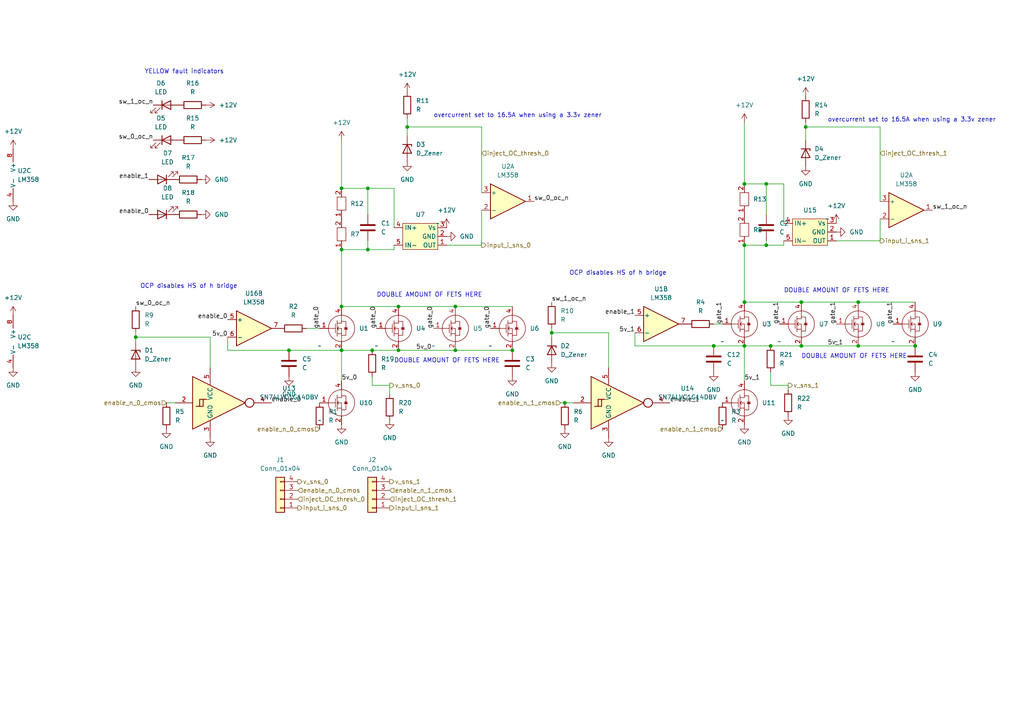
<source format=kicad_sch>
(kicad_sch (version 20230121) (generator eeschema)
  (paper "A4")
  (lib_symbols
    (symbol "74xGxx:SN74LVC1G14DBV"
      (property "Reference" "U" (at -5.08 10.16 0))
      (property "Value" "SN74LVC1G14DBV" (at 20.32 10.16 0))
      (symbol "SN74LVC1G14DBV_0_1"
        (polyline (pts (xy -2.032 1.016) (xy -1.016 1.016)) (stroke (width 0.254)) (fill (type background)))
        (polyline (pts (xy -5.08 7.62) (xy -5.08 -7.62) (xy 10.16 0) (xy -5.08 7.62)) (stroke (width 0.254)) (fill (type background)))
        (polyline (pts (xy -3.048 -1.016) (xy -3.048 1.016) (xy -2.032 1.016) (xy -2.032 -1.016) (xy -4.064 -1.016)) (stroke (width 0.254)) (fill (type background)))
        (circle (center 11.43 0) (radius 1.27) (stroke (width 0.254)))
      )
      (symbol "SN74LVC1G14DBV_1_1"
        (pin no_connect line (at 10.16 0 180) (length 5.08) hide (name "NC") (number "1"))
        (pin input line (at -10.16 0 0) (length 5.08) (name "~") (number "2"))
        (pin power_in line (at 0 -10.16 90) (length 5.08) (name "GND") (number "3"))
        (pin output line (at 17.78 0 180) (length 5.08) (name "~") (number "4"))
        (pin power_in line (at 0 10.16 270) (length 5.08) (name "VCC") (number "5"))
      )
    )
    (symbol "Amplifier_Operational:LM358" (pin_names (offset 0.127))
      (property "Reference" "U" (at 0 5.08 0))
      (property "Value" "LM358" (at 0 -5.08 0))
      (symbol "LM358_1_1"
        (polyline (pts (xy -5.08 5.08) (xy 5.08 0) (xy -5.08 -5.08) (xy -5.08 5.08)) (stroke (width 0.254)) (fill (type background)))
        (pin output line (at 7.62 0 180) (length 2.54) (name "~") (number "1"))
        (pin input line (at -7.62 -2.54 0) (length 2.54) (name "-") (number "2"))
        (pin input line (at -7.62 2.54 0) (length 2.54) (name "+") (number "3"))
      )
      (symbol "LM358_2_1"
        (polyline (pts (xy -5.08 5.08) (xy 5.08 0) (xy -5.08 -5.08) (xy -5.08 5.08)) (stroke (width 0.254)) (fill (type background)))
        (pin input line (at -7.62 2.54 0) (length 2.54) (name "+") (number "5"))
        (pin input line (at -7.62 -2.54 0) (length 2.54) (name "-") (number "6"))
        (pin output line (at 7.62 0 180) (length 2.54) (name "~") (number "7"))
      )
      (symbol "LM358_3_1"
        (pin power_in line (at -2.54 -7.62 90) (length 3.81) (name "V-") (number "4"))
        (pin power_in line (at -2.54 7.62 270) (length 3.81) (name "V+") (number "8"))
      )
    )
    (symbol "Connector_Generic:Conn_01x04" (pin_names (offset 1.016) hide)
      (property "Reference" "J" (at 0 5.08 0))
      (property "Value" "Conn_01x04" (at 0 -7.62 0))
      (symbol "Conn_01x04_1_1"
        (rectangle (start -1.27 -4.953) (end 0 -5.207) (stroke (width 0.1524)))
        (rectangle (start -1.27 -2.413) (end 0 -2.667) (stroke (width 0.1524)))
        (rectangle (start -1.27 0.127) (end 0 -0.127) (stroke (width 0.1524)))
        (rectangle (start -1.27 2.667) (end 0 2.413) (stroke (width 0.1524)))
        (rectangle (start -1.27 3.81) (end 1.27 -6.35) (stroke (width 0.254)) (fill (type background)))
        (pin passive line (at -5.08 2.54 0) (length 3.81) (name "Pin_1") (number "1"))
        (pin passive line (at -5.08 0 0) (length 3.81) (name "Pin_2") (number "2"))
        (pin passive line (at -5.08 -2.54 0) (length 3.81) (name "Pin_3") (number "3"))
        (pin passive line (at -5.08 -5.08 0) (length 3.81) (name "Pin_4") (number "4"))
      )
    )
    (symbol "Device:C" (pin_numbers hide) (pin_names (offset 0.254))
      (property "Reference" "C" (at 0.635 2.54 0))
      (property "Value" "C" (at 0.635 -2.54 0))
      (symbol "C_0_1"
        (polyline (pts (xy -2.032 -0.762) (xy 2.032 -0.762)) (stroke (width 0.508)))
        (polyline (pts (xy -2.032 0.762) (xy 2.032 0.762)) (stroke (width 0.508)))
      )
      (symbol "C_1_1"
        (pin passive line (at 0 3.81 270) (length 2.794) (name "~") (number "1"))
        (pin passive line (at 0 -3.81 90) (length 2.794) (name "~") (number "2"))
      )
    )
    (symbol "Device:D_Zener" (pin_numbers hide) (pin_names (offset 1.016) hide)
      (property "Reference" "D" (at 0 2.54 0))
      (property "Value" "D_Zener" (at 0 -2.54 0))
      (symbol "D_Zener_0_1"
        (polyline (pts (xy 1.27 0) (xy -1.27 0)))
        (polyline (pts (xy -1.27 -1.27) (xy -1.27 1.27) (xy -0.762 1.27)) (stroke (width 0.254)))
        (polyline (pts (xy 1.27 -1.27) (xy 1.27 1.27) (xy -1.27 0) (xy 1.27 -1.27)) (stroke (width 0.254)))
      )
      (symbol "D_Zener_1_1"
        (pin passive line (at -3.81 0 0) (length 2.54) (name "K") (number "1"))
        (pin passive line (at 3.81 0 180) (length 2.54) (name "A") (number "2"))
      )
    )
    (symbol "Device:LED" (pin_numbers hide) (pin_names (offset 1.016) hide)
      (property "Reference" "D" (at 0 2.54 0))
      (property "Value" "LED" (at 0 -2.54 0))
      (symbol "LED_0_1"
        (polyline (pts (xy -1.27 -1.27) (xy -1.27 1.27)) (stroke (width 0.254)))
        (polyline (pts (xy -1.27 0) (xy 1.27 0)))
        (polyline (pts (xy 1.27 -1.27) (xy 1.27 1.27) (xy -1.27 0) (xy 1.27 -1.27)) (stroke (width 0.254)))
        (polyline (pts (xy -3.048 -0.762) (xy -4.572 -2.286) (xy -3.81 -2.286) (xy -4.572 -2.286) (xy -4.572 -1.524)))
        (polyline (pts (xy -1.778 -0.762) (xy -3.302 -2.286) (xy -2.54 -2.286) (xy -3.302 -2.286) (xy -3.302 -1.524)))
      )
      (symbol "LED_1_1"
        (pin passive line (at -3.81 0 0) (length 2.54) (name "K") (number "1"))
        (pin passive line (at 3.81 0 180) (length 2.54) (name "A") (number "2"))
      )
    )
    (symbol "Device:R" (pin_numbers hide) (pin_names (offset 0))
      (property "Reference" "R" (at 2.032 0 90))
      (property "Value" "R" (at 0 0 90))
      (symbol "R_0_1"
        (rectangle (start -1.016 -2.54) (end 1.016 2.54) (stroke (width 0.254)))
      )
      (symbol "R_1_1"
        (pin passive line (at 0 3.81 270) (length 1.27) (name "~") (number "1"))
        (pin passive line (at 0 -3.81 90) (length 1.27) (name "~") (number "2"))
      )
    )
    (symbol "SLN5TTED5L00D_1"
      (property "Reference" "R" (at 1.27 -1.27 0))
      (symbol "SLN5TTED5L00D_1_0_1"
        (rectangle (start 0 0) (end 3.81 -2.54))
      )
      (symbol "SLN5TTED5L00D_1_1_1"
        (pin bidirectional line (at -2.54 -1.27 0) (length 2.54) (name "") (number "1"))
        (pin bidirectional line (at 6.35 -1.27 180) (length 2.54) (name "") (number "2"))
      )
    )
    (symbol "SLN5TTED5L00D_2"
      (property "Reference" "R" (at 1.27 -1.27 0))
      (symbol "SLN5TTED5L00D_2_0_1"
        (rectangle (start 0 0) (end 3.81 -2.54))
      )
      (symbol "SLN5TTED5L00D_2_1_1"
        (pin bidirectional line (at -2.54 -1.27 0) (length 2.54) (name "") (number "1"))
        (pin bidirectional line (at 6.35 -1.27 180) (length 2.54) (name "") (number "2"))
      )
    )
    (symbol "SLN5TTED5L00D_3"
      (property "Reference" "R" (at 1.27 -1.27 0))
      (symbol "SLN5TTED5L00D_3_0_1"
        (rectangle (start 0 0) (end 3.81 -2.54))
      )
      (symbol "SLN5TTED5L00D_3_1_1"
        (pin bidirectional line (at -2.54 -1.27 0) (length 2.54) (name "") (number "1"))
        (pin bidirectional line (at 6.35 -1.27 180) (length 2.54) (name "") (number "2"))
      )
    )
    (symbol "my parts:INA281B1"
      (property "Reference" "U" (at 0 0 0))
      (symbol "INA281B1_1_1"
        (rectangle (start 0 7.62) (end 10.16 0) (fill (type background)))
        (pin input line (at -2.54 6.35 0) (length 2.54) (name "OUT") (number "1"))
        (pin input line (at -2.54 3.81 0) (length 2.54) (name "GND") (number "2"))
        (pin input line (at -2.54 1.27 0) (length 2.54) (name "Vs") (number "3"))
        (pin input line (at 12.7 1.27 180) (length 2.54) (name "IN+") (number "4"))
        (pin input line (at 12.7 6.35 180) (length 2.54) (name "IN-") (number "5"))
      )
    )
    (symbol "my parts:IPB032N10N5"
      (property "Reference" "U" (at 0 0 0))
      (symbol "IPB032N10N5_0_1"
        (polyline (pts (xy 4.572 6.35) (xy 4.572 3.81)))
        (polyline (pts (xy 5.08 7.366) (xy 5.08 2.794)))
        (polyline (pts (xy 6.35 3.556) (xy 5.08 3.556)))
        (polyline (pts (xy 6.35 6.604) (xy 5.08 6.604)))
        (polyline (pts (xy 6.35 6.604) (xy 6.35 8.89)))
        (polyline (pts (xy 2.54 5.08) (xy 4.318 5.08) (xy 4.572 5.08)))
        (polyline (pts (xy 7.62 5.334) (xy 7.62 7.112) (xy 6.35 7.112)))
        (polyline (pts (xy 8.128 5.334) (xy 7.112 5.334) (xy 7.62 5.334)))
        (polyline (pts (xy 6.35 1.27) (xy 6.35 5.08) (xy 5.08 5.08) (xy 5.588 5.588) (xy 5.08 5.08) (xy 5.588 4.572)))
        (polyline (pts (xy 6.35 3.048) (xy 7.62 3.048) (xy 7.62 4.826) (xy 8.128 4.826) (xy 7.62 5.334) (xy 7.112 4.826) (xy 7.62 4.826) (xy 7.62 5.334) (xy 7.874 5.08) (xy 7.62 4.826) (xy 7.366 5.08) (xy 7.366 4.826) (xy 7.874 4.826) (xy 7.874 5.08) (xy 7.366 5.08)))
        (circle (center 6.35 5.08) (radius 3.81))
      )
      (symbol "IPB032N10N5_1_1"
        (pin input line (at 0 5.08 0) (length 2.54) (name "") (number "1"))
        (pin input line (at 6.35 -1.27 90) (length 2.54) (name "") (number "2"))
        (pin input line (at 6.35 -1.27 90) (length 2.54) hide (name "") (number "3"))
        (pin input line (at 6.35 11.43 270) (length 2.54) (name "") (number "4"))
        (pin input line (at 6.35 -1.27 90) (length 2.54) hide (name "") (number "5"))
        (pin input line (at 6.35 -1.27 90) (length 2.54) hide (name "") (number "6"))
        (pin input line (at 6.35 -1.27 90) (length 2.54) hide (name "") (number "7"))
      )
    )
    (symbol "my parts:SLN5TTED5L00D"
      (property "Reference" "R" (at 1.27 -1.27 0))
      (symbol "SLN5TTED5L00D_0_1"
        (rectangle (start 0 0) (end 3.81 -2.54))
      )
      (symbol "SLN5TTED5L00D_1_1"
        (pin bidirectional line (at -2.54 -1.27 0) (length 2.54) (name "") (number "1"))
        (pin bidirectional line (at 6.35 -1.27 180) (length 2.54) (name "") (number "2"))
      )
    )
    (symbol "power:+12V" (power) (pin_names (offset 0))
      (property "Value" "+12V" (at 0 3.556 0))
      (symbol "+12V_0_1"
        (polyline (pts (xy -0.762 1.27) (xy 0 2.54)))
        (polyline (pts (xy 0 0) (xy 0 2.54)))
        (polyline (pts (xy 0 2.54) (xy 0.762 1.27)))
      )
      (symbol "+12V_1_1"
        (pin power_in line (at 0 0 90) (length 0) hide (name "+12V") (number "1"))
      )
    )
    (symbol "power:GND" (power) (pin_names (offset 0))
      (property "Value" "GND" (at 0 -3.81 0))
      (symbol "GND_0_1"
        (polyline (pts (xy 0 0) (xy 0 -1.27) (xy 1.27 -1.27) (xy 0 -2.54) (xy -1.27 -1.27) (xy 0 -1.27)))
      )
      (symbol "GND_1_1"
        (pin power_in line (at 0 0 270) (length 0) hide (name "GND") (number "1"))
      )
    )
  )
  (junction (at 99.06 101.6))
  (junction (at 99.06 72.39))
  (junction (at 215.9 100.33))
  (junction (at 223.52 100.33))
  (junction (at 39.37 97.79))
  (junction (at 118.11 36.83))
  (junction (at 163.83 116.84))
  (junction (at 115.57 88.9))
  (junction (at 99.06 54.61))
  (junction (at 207.01 100.33))
  (junction (at 115.57 101.6))
  (junction (at 222.25 53.34))
  (junction (at 107.95 101.6))
  (junction (at 106.68 72.39))
  (junction (at 248.92 100.33))
  (junction (at 265.43 100.33))
  (junction (at 106.68 54.61))
  (junction (at 99.06 88.9))
  (junction (at 232.41 100.33))
  (junction (at 132.08 88.9))
  (junction (at 248.92 87.63))
  (junction (at 215.9 53.34))
  (junction (at 232.41 87.63))
  (junction (at 215.9 71.12))
  (junction (at 160.02 96.52))
  (junction (at 222.25 71.12))
  (junction (at 132.08 101.6))
  (junction (at 215.9 87.63))
  (junction (at 83.82 101.6))
  (junction (at 233.68 36.83))
  (junction (at 148.59 101.6))
  (wire (pts (xy 222.25 71.12) (xy 227.33 71.12)))
  (wire (pts (xy 115.57 88.9) (xy 132.08 88.9)))
  (wire (pts (xy 132.08 101.6) (xy 148.59 101.6)))
  (wire (pts (xy 60.96 97.79) (xy 39.37 97.79)))
  (wire (pts (xy 139.7 60.96) (xy 139.7 71.12)))
  (wire (pts (xy 215.9 71.12) (xy 215.9 87.63)))
  (wire (pts (xy 99.06 72.39) (xy 106.68 72.39)))
  (wire (pts (xy 107.95 101.6) (xy 115.57 101.6)))
  (wire (pts (xy 215.9 71.12) (xy 222.25 71.12)))
  (wire (pts (xy 215.9 53.34) (xy 222.25 53.34)))
  (wire (pts (xy 39.37 96.52) (xy 39.37 97.79)))
  (wire (pts (xy 114.3 54.61) (xy 114.3 66.04)))
  (wire (pts (xy 88.9 95.25) (xy 92.71 95.25)))
  (wire (pts (xy 114.3 71.12) (xy 114.3 72.39)))
  (wire (pts (xy 255.27 36.83) (xy 255.27 58.42)))
  (wire (pts (xy 106.68 69.85) (xy 106.68 72.39)))
  (wire (pts (xy 207.01 93.98) (xy 209.55 93.98)))
  (wire (pts (xy 106.68 72.39) (xy 114.3 72.39)))
  (wire (pts (xy 184.15 100.33) (xy 207.01 100.33)))
  (wire (pts (xy 99.06 101.6) (xy 107.95 101.6)))
  (wire (pts (xy 106.68 54.61) (xy 114.3 54.61)))
  (wire (pts (xy 162.56 116.84) (xy 163.83 116.84)))
  (wire (pts (xy 248.92 87.63) (xy 265.43 87.63)))
  (wire (pts (xy 215.9 87.63) (xy 232.41 87.63)))
  (wire (pts (xy 222.25 53.34) (xy 222.25 62.23)))
  (wire (pts (xy 99.06 40.64) (xy 99.06 54.61)))
  (wire (pts (xy 107.95 111.76) (xy 113.03 111.76)))
  (wire (pts (xy 227.33 53.34) (xy 227.33 64.77)))
  (wire (pts (xy 66.04 101.6) (xy 83.82 101.6)))
  (wire (pts (xy 129.54 71.12) (xy 139.7 71.12)))
  (wire (pts (xy 215.9 100.33) (xy 207.01 100.33)))
  (wire (pts (xy 132.08 88.9) (xy 148.59 88.9)))
  (wire (pts (xy 99.06 88.9) (xy 115.57 88.9)))
  (wire (pts (xy 223.52 107.95) (xy 223.52 111.76)))
  (wire (pts (xy 39.37 97.79) (xy 39.37 99.06)))
  (wire (pts (xy 48.26 116.84) (xy 50.8 116.84)))
  (wire (pts (xy 215.9 35.56) (xy 215.9 53.34)))
  (wire (pts (xy 255.27 69.85) (xy 255.27 63.5)))
  (wire (pts (xy 227.33 69.85) (xy 227.33 71.12)))
  (wire (pts (xy 66.04 97.79) (xy 66.04 101.6)))
  (wire (pts (xy 115.57 101.6) (xy 132.08 101.6)))
  (wire (pts (xy 184.15 100.33) (xy 184.15 96.52)))
  (wire (pts (xy 113.03 111.76) (xy 113.03 114.3)))
  (wire (pts (xy 118.11 34.29) (xy 118.11 36.83)))
  (wire (pts (xy 215.9 100.33) (xy 223.52 100.33)))
  (wire (pts (xy 83.82 101.6) (xy 99.06 101.6)))
  (wire (pts (xy 233.68 36.83) (xy 255.27 36.83)))
  (wire (pts (xy 160.02 95.25) (xy 160.02 96.52)))
  (wire (pts (xy 99.06 54.61) (xy 106.68 54.61)))
  (wire (pts (xy 176.53 96.52) (xy 160.02 96.52)))
  (wire (pts (xy 99.06 101.6) (xy 99.06 110.49)))
  (wire (pts (xy 242.57 69.85) (xy 255.27 69.85)))
  (wire (pts (xy 232.41 87.63) (xy 248.92 87.63)))
  (wire (pts (xy 139.7 36.83) (xy 118.11 36.83)))
  (wire (pts (xy 99.06 72.39) (xy 99.06 88.9)))
  (wire (pts (xy 233.68 35.56) (xy 233.68 36.83)))
  (wire (pts (xy 233.68 36.83) (xy 233.68 40.64)))
  (wire (pts (xy 223.52 100.33) (xy 232.41 100.33)))
  (wire (pts (xy 215.9 100.33) (xy 215.9 110.49)))
  (wire (pts (xy 248.92 100.33) (xy 265.43 100.33)))
  (wire (pts (xy 222.25 53.34) (xy 227.33 53.34)))
  (wire (pts (xy 118.11 36.83) (xy 118.11 39.37)))
  (wire (pts (xy 160.02 96.52) (xy 160.02 97.79)))
  (wire (pts (xy 139.7 55.88) (xy 139.7 36.83)))
  (wire (pts (xy 232.41 100.33) (xy 248.92 100.33)))
  (wire (pts (xy 176.53 106.68) (xy 176.53 96.52)))
  (wire (pts (xy 228.6 111.76) (xy 228.6 113.03)))
  (wire (pts (xy 163.83 116.84) (xy 166.37 116.84)))
  (wire (pts (xy 60.96 106.68) (xy 60.96 97.79)))
  (wire (pts (xy 107.95 109.22) (xy 107.95 111.76)))
  (wire (pts (xy 222.25 69.85) (xy 222.25 71.12)))
  (wire (pts (xy 223.52 111.76) (xy 228.6 111.76)))
  (wire (pts (xy 106.68 54.61) (xy 106.68 62.23)))
  (text "DOUBLE AMOUNT OF FETS HERE" (at 232.41 104.14 0) (effects (font (size 1.27 1.27)) (justify left bottom)))
  (text "YELLOW fault indicators" (at 41.91 21.59 0) (effects (font (size 1.27 1.27)) (justify left bottom)))
  (text "overcurrent set to 16.5A when using a 3.3v zener" (at 125.73 34.29 0) (effects (font (size 1.27 1.27)) (justify left bottom)))
  (text "DOUBLE AMOUNT OF FETS HERE" (at 114.3 105.41 0) (effects (font (size 1.27 1.27)) (justify left bottom)))
  (text "DOUBLE AMOUNT OF FETS HERE" (at 109.22 86.36 0) (effects (font (size 1.27 1.27)) (justify left bottom)))
  (text "DOUBLE AMOUNT OF FETS HERE" (at 227.33 85.09 0) (effects (font (size 1.27 1.27)) (justify left bottom)))
  (text "overcurrent set to 16.5A when using a 3.3v zener" (at 240.03 35.56 0) (effects (font (size 1.27 1.27)) (justify left bottom)))
  (text "OCP disables HS of h bridge" (at 165.1 80.01 0) (effects (font (size 1.27 1.27)) (justify left bottom)))
  (text "OCP disables HS of h bridge" (at 40.64 83.82 0) (effects (font (size 1.27 1.27)) (justify left bottom)))
  (label "gate_1" (at 209.55 93.98 90))
  (label "5v_0" (at 120.65 101.6 0))
  (label "5v_1" (at 240.03 100.33 0))
  (label "gate_1" (at 226.06 93.98 90))
  (label "5v_1" (at 215.9 110.49 0))
  (label "gate_0" (at 142.24 95.25 90))
  (label "5v_0" (at 99.06 110.49 0))
  (label "enable_1" (at 194.31 116.84 0))
  (label "enable_1" (at 43.18 52.07 180))
  (label "gate_0" (at 92.71 95.25 90))
  (label "enable_0" (at 78.74 116.84 0))
  (label "enable_0" (at 66.04 92.71 180))
  (label "gate_1" (at 259.08 93.98 90))
  (label "5v_0" (at 66.04 97.79 180))
  (label "gate_0" (at 109.22 95.25 90))
  (label "sw_0_oc_n" (at 44.45 40.64 180))
  (label "enable_1" (at 184.15 91.44 180))
  (label "sw_1_oc_n" (at 44.45 30.48 180))
  (label "gate_0" (at 125.73 95.25 90))
  (label "sw_1_oc_n" (at 270.51 60.96 0))
  (label "gate_1" (at 242.57 93.98 90))
  (label "5v_1" (at 184.15 96.52 180))
  (label "sw_0_oc_n" (at 39.37 88.9 0))
  (label "enable_0" (at 43.18 62.23 180))
  (label "sw_0_oc_n" (at 154.94 58.42 0))
  (label "sw_1_oc_n" (at 160.02 87.63 0))
  (hierarchical_label "v_sns_0" (shape output) (at 86.36 139.7 0))
  (hierarchical_label "enable_n_1_cmos" (shape input) (at 209.55 124.46 180))
  (hierarchical_label "v_sns_1" (shape output) (at 228.6 111.76 0))
  (hierarchical_label "inject_OC_thresh_0" (shape input) (at 86.36 144.78 0))
  (hierarchical_label "input_i_sns_1" (shape output) (at 113.03 147.32 0))
  (hierarchical_label "input_i_sns_0" (shape output) (at 86.36 147.32 0))
  (hierarchical_label "input_i_sns_1" (shape output) (at 255.27 69.85 0))
  (hierarchical_label "enable_n_1_cmos" (shape input) (at 162.56 116.84 180))
  (hierarchical_label "inject_OC_thresh_0" (shape input) (at 139.7 44.45 0))
  (hierarchical_label "v_sns_0" (shape output) (at 113.03 111.76 0))
  (hierarchical_label "input_i_sns_0" (shape output) (at 139.7 71.12 0))
  (hierarchical_label "v_sns_1" (shape output) (at 113.03 139.7 0))
  (hierarchical_label "enable_n_0_cmos" (shape input) (at 48.26 116.84 180))
  (hierarchical_label "enable_n_0_cmos" (shape input) (at 86.36 142.24 0))
  (hierarchical_label "inject_OC_thresh_1" (shape input) (at 113.03 144.78 0))
  (hierarchical_label "enable_n_0_cmos" (shape input) (at 92.71 124.46 180))
  (hierarchical_label "enable_n_1_cmos" (shape input) (at 113.03 142.24 0))
  (hierarchical_label "inject_OC_thresh_1" (shape input) (at 255.27 44.45 0))
  (symbol (lib_id "Device:R") (at 92.71 120.65 180) (unit 1)
    (property "Reference" "R1" (at 95.25 119.38 0) (effects (justify right)))
    (property "Value" "R" (at 95.25 121.92 0) (effects (justify right)))
    (property "Footprint" "Resistor_SMD:R_0603_1608Metric_Pad0.98x0.95mm_HandSolder" (effects hide))
  )
  (symbol (lib_id "my parts:IPB032N10N5") (at 242.57 99.06 0) (unit 1)
    (property "Reference" "U8" (at 254 93.98 0) (effects (justify left)))
    (property "Value" "~" (at 242.57 99.06 0))
    (property "Footprint" "Package_TO_SOT_SMD:TO-263-6" (effects hide))
    (instances (project "fuck_it_stepper_2" (path "" (reference "U8") (unit 1)) (path "" (reference "U11") (unit 1))))
  )
  (symbol (lib_id "power:GND") (at 118.11 46.99 0) (unit 1)
    (property "Reference" "#PWR010" (effects hide))
    (property "Value" "GND" (at 118.11 52.07 0))
    (instances (project "fuck_it_stepper_2" (path "" (reference "#PWR010") (unit 1)) (path "" (reference "#PWR016") (unit 1))))
  )
  (symbol (lib_id "power:GND") (at 228.6 120.65 0) (unit 1)
    (property "Reference" "#PWR011" (effects hide))
    (property "Value" "GND" (at 228.6 125.73 0))
    (instances (project "fuck_it_stepper_2" (path "" (reference "#PWR011") (unit 1)) (path "" (reference "#PWR028") (unit 1))))
  )
  (symbol (lib_id "Connector_Generic:Conn_01x04") (at 81.28 144.78 180) (unit 1)
    (property "Reference" "J1" (at 81.28 133.35 0))
    (property "Value" "Conn_01x04" (at 81.28 135.89 0))
    (property "Footprint" "Connector_PinHeader_2.54mm:PinHeader_1x04_P2.54mm_Horizontal" (effects hide))
  )
  (symbol (lib_id "Amplifier_Operational:LM358") (at 6.35 99.06 0) (unit 3)
    (property "Reference" "U2" (at 5.08 97.79 0) (effects (justify left)))
    (property "Value" "LM358" (at 5.08 100.33 0) (effects (justify left)))
    (property "Footprint" "Package_SO:SOIC-8_3.9x4.9mm_P1.27mm" (effects hide))
    (property "Datasheet" "http://www.ti.com/lit/ds/symlink/lm2904-n.pdf" (effects hide))
    (instances (project "fuck_it_stepper_2" (path "" (reference "U2") (unit 3)) (path "" (reference "U1") (unit 3))))
  )
  (symbol (lib_id "Device:R") (at 203.2 93.98 90) (unit 1)
    (property "Reference" "R4" (at 203.2 87.63 90))
    (property "Value" "R" (at 203.2 90.17 90))
    (property "Footprint" "Resistor_SMD:R_0603_1608Metric_Pad0.98x0.95mm_HandSolder" (effects hide))
  )
  (symbol (lib_id "power:GND") (at 176.53 127 0) (unit 1)
    (property "Reference" "#PWR012" (effects hide))
    (property "Value" "GND" (at 176.53 132.08 0))
    (instances (project "fuck_it_stepper_2" (path "" (reference "#PWR012") (unit 1)) (path "" (reference "#PWR018") (unit 1))))
  )
  (symbol (lib_id "Device:LED") (at 48.26 40.64 0) (unit 1)
    (property "Reference" "D5" (at 46.6725 34.29 0))
    (property "Value" "LED" (at 46.6725 36.83 0))
    (property "Footprint" "LED_SMD:LED_0603_1608Metric_Pad1.05x0.95mm_HandSolder" (effects hide))
  )
  (symbol (lib_id "power:+12V") (at 3.81 43.18 0) (unit 1)
    (property "Reference" "#PWR09" (effects hide))
    (property "Value" "+12V" (at 3.81 38.1 0))
    (instances (project "fuck_it_stepper_2" (path "" (reference "#PWR09") (unit 1)) (path "" (reference "#PWR011") (unit 1))))
  )
  (symbol (lib_id "Device:D_Zener") (at 118.11 43.18 270) (unit 1)
    (property "Reference" "D3" (at 120.65 41.91 90) (effects (justify left)))
    (property "Value" "D_Zener" (at 120.65 44.45 90) (effects (justify left)))
    (property "Footprint" "Diode_SMD:D_0603_1608Metric_Pad1.05x0.95mm_HandSolder" (effects hide))
  )
  (symbol (lib_id "power:GND") (at 148.59 109.22 0) (unit 1)
    (property "Reference" "#PWR011" (effects hide))
    (property "Value" "GND" (at 148.59 114.3 0))
    (instances (project "fuck_it_stepper_2" (path "" (reference "#PWR011") (unit 1)) (path "" (reference "#PWR030") (unit 1))))
  )
  (symbol (lib_id "power:GND") (at 113.03 121.92 0) (unit 1)
    (property "Reference" "#PWR011" (effects hide))
    (property "Value" "GND" (at 113.03 127 0))
    (instances (project "fuck_it_stepper_2" (path "" (reference "#PWR011") (unit 1)) (path "" (reference "#PWR027") (unit 1))))
  )
  (symbol (lib_id "power:+12V") (at 118.11 26.67 0) (unit 1)
    (property "Reference" "#PWR01" (effects hide))
    (property "Value" "+12V" (at 118.11 21.59 0))
    (instances (project "fuck_it_stepper_2" (path "" (reference "#PWR01") (unit 1)) (path "" (reference "#PWR015") (unit 1))))
  )
  (symbol (lib_id "Device:R") (at 118.11 30.48 180) (unit 1)
    (property "Reference" "R11" (at 120.65 29.21 0) (effects (justify right)))
    (property "Value" "R" (at 120.65 31.75 0) (effects (justify right)))
    (property "Footprint" "Resistor_SMD:R_0603_1608Metric_Pad0.98x0.95mm_HandSolder" (effects hide))
  )
  (symbol (lib_id "power:GND") (at 129.54 68.58 90) (unit 1)
    (property "Reference" "#PWR010" (effects hide))
    (property "Value" "GND" (at 133.35 68.58 90) (effects (justify right)))
    (instances (project "fuck_it_stepper_2" (path "" (reference "#PWR010") (unit 1)) (path "" (reference "#PWR08") (unit 1))))
  )
  (symbol (lib_id "power:GND") (at 265.43 107.95 0) (unit 1)
    (property "Reference" "#PWR011" (effects hide))
    (property "Value" "GND" (at 265.43 113.03 0))
    (instances (project "fuck_it_stepper_2" (path "" (reference "#PWR011") (unit 1)) (path "" (reference "#PWR029") (unit 1))))
  )
  (symbol (lib_id "power:+12V") (at 3.81 91.44 0) (unit 1)
    (property "Reference" "#PWR09" (effects hide))
    (property "Value" "+12V" (at 3.81 86.36 0))
    (instances (project "fuck_it_stepper_2" (path "" (reference "#PWR09") (unit 1)) (path "" (reference "#PWR01") (unit 1))))
  )
  (symbol (lib_id "power:GND") (at 3.81 58.42 0) (unit 1)
    (property "Reference" "#PWR010" (effects hide))
    (property "Value" "GND" (at 3.81 63.5 0))
    (instances (project "fuck_it_stepper_2" (path "" (reference "#PWR010") (unit 1)) (path "" (reference "#PWR012") (unit 1))))
  )
  (symbol (lib_id "power:GND") (at 39.37 106.68 0) (unit 1)
    (property "Reference" "#PWR012" (effects hide))
    (property "Value" "GND" (at 39.37 111.76 0))
    (instances (project "fuck_it_stepper_2" (path "" (reference "#PWR012") (unit 1)) (path "" (reference "#PWR019") (unit 1))))
  )
  (symbol (lib_id "my parts:IPB032N10N5") (at 226.06 99.06 0) (unit 1)
    (property "Reference" "U7" (at 237.49 93.98 0) (effects (justify left)))
    (property "Value" "~" (at 226.06 99.06 0))
    (property "Footprint" "Package_TO_SOT_SMD:TO-263-6" (effects hide))
    (instances (project "fuck_it_stepper_2" (path "" (reference "U7") (unit 1)) (path "" (reference "U10") (unit 1))))
  )
  (symbol (lib_id "power:GND") (at 215.9 123.19 0) (unit 1)
    (property "Reference" "#PWR012" (effects hide))
    (property "Value" "GND" (at 215.9 128.27 0))
    (instances (project "fuck_it_stepper_2" (path "" (reference "#PWR012") (unit 1)) (path "" (reference "#PWR09") (unit 1))))
  )
  (symbol (lib_id "Device:R") (at 113.03 118.11 180) (unit 1)
    (property "Reference" "R20" (at 115.57 116.84 0) (effects (justify right)))
    (property "Value" "R" (at 115.57 119.38 0) (effects (justify right)))
    (property "Footprint" "Resistor_SMD:R_0603_1608Metric_Pad0.98x0.95mm_HandSolder" (effects hide))
  )
  (symbol (lib_id "Device:R") (at 107.95 105.41 180) (unit 1)
    (property "Reference" "R19" (at 110.49 104.14 0) (effects (justify right)))
    (property "Value" "R" (at 110.49 106.68 0) (effects (justify right)))
    (property "Footprint" "Resistor_SMD:R_0603_1608Metric_Pad0.98x0.95mm_HandSolder" (effects hide))
  )
  (symbol (lib_id "Device:R") (at 163.83 120.65 180) (unit 1)
    (property "Reference" "R6" (at 166.37 119.38 0) (effects (justify right)))
    (property "Value" "R" (at 166.37 121.92 0) (effects (justify right)))
    (property "Footprint" "Resistor_SMD:R_0603_1608Metric_Pad0.98x0.95mm_HandSolder" (effects hide))
  )
  (symbol (lib_id "Device:R") (at 54.61 62.23 270) (unit 1)
    (property "Reference" "R18" (at 54.61 55.88 90))
    (property "Value" "R" (at 54.61 58.42 90))
    (property "Footprint" "Resistor_SMD:R_0603_1608Metric_Pad0.98x0.95mm_HandSolder" (effects hide))
  )
  (symbol (lib_id "Device:LED") (at 46.99 52.07 180) (unit 1)
    (property "Reference" "D7" (at 48.5775 44.45 0))
    (property "Value" "LED" (at 48.5775 46.99 0))
    (property "Footprint" "LED_SMD:LED_0603_1608Metric_Pad1.05x0.95mm_HandSolder" (effects hide))
  )
  (symbol (lib_id "my parts:IPB032N10N5") (at 259.08 99.06 0) (unit 1)
    (property "Reference" "U9" (at 270.51 93.98 0) (effects (justify left)))
    (property "Value" "~" (at 259.08 99.06 0))
    (property "Footprint" "Package_TO_SOT_SMD:TO-263-6" (effects hide))
    (instances (project "fuck_it_stepper_2" (path "" (reference "U9") (unit 1)) (path "" (reference "U12") (unit 1))))
  )
  (symbol (lib_id "Device:R") (at 48.26 120.65 180) (unit 1)
    (property "Reference" "R5" (at 50.8 119.38 0) (effects (justify right)))
    (property "Value" "R" (at 50.8 121.92 0) (effects (justify right)))
    (property "Footprint" "Resistor_SMD:R_0603_1608Metric_Pad0.98x0.95mm_HandSolder" (effects hide))
  )
  (symbol (lib_id "Amplifier_Operational:LM358") (at 191.77 93.98 0) (unit 2)
    (property "Reference" "U1" (at 191.77 83.82 0))
    (property "Value" "LM358" (at 191.77 86.36 0))
    (property "Footprint" "Package_SO:SOIC-8_3.9x4.9mm_P1.27mm" (effects hide))
    (property "Datasheet" "http://www.ti.com/lit/ds/symlink/lm2904-n.pdf" (effects hide))
  )
  (symbol (lib_id "Device:C") (at 207.01 104.14 0) (unit 1)
    (property "Reference" "C12" (at 210.82 102.87 0) (effects (justify left)))
    (property "Value" "C" (at 210.82 105.41 0) (effects (justify left)))
    (property "Footprint" "Capacitor_SMD:C_2220_5650Metric_Pad1.97x5.40mm_HandSolder" (effects hide))
  )
  (symbol (lib_id "my parts:IPB032N10N5") (at 109.22 100.33 0) (unit 1)
    (property "Reference" "U4" (at 120.65 95.25 0) (effects (justify left)))
    (property "Value" "~" (at 109.22 100.33 0))
    (property "Footprint" "Package_TO_SOT_SMD:TO-263-6" (effects hide))
  )
  (symbol (lib_id "power:+12V") (at 59.69 30.48 270) (unit 1)
    (property "Reference" "#PWR01" (effects hide))
    (property "Value" "+12V" (at 63.5 30.48 90) (effects (justify left)))
    (instances (project "fuck_it_stepper_2" (path "" (reference "#PWR01") (unit 1)) (path "" (reference "#PWR021") (unit 1))))
  )
  (symbol (lib_id "my parts:IPB032N10N5") (at 142.24 100.33 0) (unit 1)
    (property "Reference" "U6" (at 153.67 95.25 0) (effects (justify left)))
    (property "Value" "~" (at 142.24 100.33 0))
    (property "Footprint" "Package_TO_SOT_SMD:TO-263-6" (effects hide))
  )
  (symbol (lib_id "my parts:SLN5TTED5L00D") (at 214.63 68.58 90) (unit 1)
    (property "Reference" "R8" (at 218.44 66.675 90) (effects (justify right)))
    (property "Footprint" "178-009-613R571:4527" (effects hide))
  )
  (symbol (lib_id "power:GND") (at 207.01 107.95 0) (unit 1)
    (property "Reference" "#PWR011" (effects hide))
    (property "Value" "GND" (at 207.01 113.03 0))
    (instances (project "fuck_it_stepper_2" (path "" (reference "#PWR011") (unit 1)) (path "" (reference "#PWR038") (unit 1))))
  )
  (symbol (lib_id "Connector_Generic:Conn_01x04") (at 107.95 144.78 180) (unit 1)
    (property "Reference" "J2" (at 107.95 133.35 0))
    (property "Value" "Conn_01x04" (at 107.95 135.89 0))
    (property "Footprint" "Connector_PinHeader_2.54mm:PinHeader_1x04_P2.54mm_Horizontal" (effects hide))
  )
  (symbol (lib_id "Device:R") (at 228.6 116.84 180) (unit 1)
    (property "Reference" "R22" (at 231.14 115.57 0) (effects (justify right)))
    (property "Value" "R" (at 231.14 118.11 0) (effects (justify right)))
    (property "Footprint" "Resistor_SMD:R_0603_1608Metric_Pad0.98x0.95mm_HandSolder" (effects hide))
  )
  (symbol (lib_id "my parts:INA281B1") (at 240.03 63.5 180) (unit 1)
    (property "Reference" "U15" (at 234.95 60.96 0))
    (property "Value" "~" (at 240.03 63.5 0))
    (property "Footprint" "Package_TO_SOT_SMD:SOT-23-5_HandSoldering" (effects hide))
  )
  (symbol (lib_id "power:+12V") (at 59.69 40.64 270) (unit 1)
    (property "Reference" "#PWR01" (effects hide))
    (property "Value" "+12V" (at 63.5 40.64 90) (effects (justify left)))
    (instances (project "fuck_it_stepper_2" (path "" (reference "#PWR01") (unit 1)) (path "" (reference "#PWR020") (unit 1))))
  )
  (symbol (lib_id "Device:D_Zener") (at 160.02 101.6 270) (unit 1)
    (property "Reference" "D2" (at 162.56 100.33 90) (effects (justify left)))
    (property "Value" "D_Zener" (at 162.56 102.87 90) (effects (justify left)))
    (property "Footprint" "Diode_SMD:D_0603_1608Metric_Pad1.05x0.95mm_HandSolder" (effects hide))
  )
  (symbol (lib_id "my parts:IPB032N10N5") (at 209.55 121.92 0) (unit 1)
    (property "Reference" "U11" (at 220.98 116.84 0) (effects (justify left)))
    (property "Value" "~" (at 209.55 121.92 0))
    (property "Footprint" "Package_TO_SOT_SMD:TO-263-6" (effects hide))
    (instances (project "fuck_it_stepper_2" (path "" (reference "U11") (unit 1)) (path "" (reference "U9") (unit 1))))
  )
  (symbol (lib_id "power:+12V") (at 242.57 64.77 0) (unit 1)
    (property "Reference" "#PWR02" (effects hide))
    (property "Value" "+12V" (at 242.57 59.69 0))
    (instances (project "fuck_it_stepper_2" (path "" (reference "#PWR02") (unit 1)) (path "" (reference "#PWR07") (unit 1))))
  )
  (symbol (lib_id "power:GND") (at 99.06 123.19 0) (unit 1)
    (property "Reference" "#PWR011" (effects hide))
    (property "Value" "GND" (at 99.06 128.27 0))
    (instances (project "fuck_it_stepper_2" (path "" (reference "#PWR011") (unit 1)) (path "" (reference "#PWR04") (unit 1))))
  )
  (symbol (lib_name "SLN5TTED5L00D_3") (lib_id "my parts:SLN5TTED5L00D") (at 214.63 59.69 90) (unit 1)
    (property "Reference" "R13" (at 218.44 57.785 90) (effects (justify right)))
    (property "Footprint" "178-009-613R571:4527" (effects hide))
  )
  (symbol (lib_id "Device:R") (at 54.61 52.07 270) (unit 1)
    (property "Reference" "R17" (at 54.61 45.72 90))
    (property "Value" "R" (at 54.61 48.26 90))
    (property "Footprint" "Resistor_SMD:R_0603_1608Metric_Pad0.98x0.95mm_HandSolder" (effects hide))
  )
  (symbol (lib_id "74xGxx:SN74LVC1G14DBV") (at 60.96 116.84 0) (unit 1)
    (property "Reference" "U13" (at 83.82 112.6491 0))
    (property "Value" "SN74LVC1G14DBV" (at 83.82 115.1891 0))
    (property "Footprint" "Package_TO_SOT_SMD:SOT-23-5" (effects hide))
    (property "Datasheet" "http://www.ti.com/lit/ds/symlink/sn74lvc1g14.pdf" (effects hide))
  )
  (symbol (lib_id "power:GND") (at 58.42 52.07 90) (unit 1)
    (property "Reference" "#PWR012" (effects hide))
    (property "Value" "GND" (at 62.23 52.07 90) (effects (justify right)))
    (instances (project "fuck_it_stepper_2" (path "" (reference "#PWR012") (unit 1)) (path "" (reference "#PWR026") (unit 1))))
  )
  (symbol (lib_id "power:GND") (at 160.02 105.41 0) (unit 1)
    (property "Reference" "#PWR012" (effects hide))
    (property "Value" "GND" (at 160.02 110.49 0))
    (instances (project "fuck_it_stepper_2" (path "" (reference "#PWR012") (unit 1)) (path "" (reference "#PWR022") (unit 1))))
  )
  (symbol (lib_id "Device:C") (at 265.43 104.14 0) (unit 1)
    (property "Reference" "C4" (at 269.24 102.87 0) (effects (justify left)))
    (property "Value" "C" (at 269.24 105.41 0) (effects (justify left)))
    (property "Footprint" "Capacitor_SMD:C_1206_3216Metric_Pad1.33x1.80mm_HandSolder" (effects hide))
  )
  (symbol (lib_id "Device:C") (at 222.25 66.04 0) (unit 1)
    (property "Reference" "C2" (at 226.06 64.77 0) (effects (justify left)))
    (property "Value" "C" (at 226.06 67.31 0) (effects (justify left)))
    (property "Footprint" "Capacitor_SMD:C_0603_1608Metric_Pad1.08x0.95mm_HandSolder" (effects hide))
  )
  (symbol (lib_id "power:GND") (at 60.96 127 0) (unit 1)
    (property "Reference" "#PWR012" (effects hide))
    (property "Value" "GND" (at 60.96 132.08 0))
    (instances (project "fuck_it_stepper_2" (path "" (reference "#PWR012") (unit 1)) (path "" (reference "#PWR017") (unit 1))))
  )
  (symbol (lib_id "Device:R") (at 39.37 92.71 180) (unit 1)
    (property "Reference" "R9" (at 41.91 91.44 0) (effects (justify right)))
    (property "Value" "R" (at 41.91 93.98 0) (effects (justify right)))
    (property "Footprint" "Resistor_SMD:R_0603_1608Metric_Pad0.98x0.95mm_HandSolder" (effects hide))
  )
  (symbol (lib_id "Device:R") (at 233.68 31.75 180) (unit 1)
    (property "Reference" "R14" (at 236.22 30.48 0) (effects (justify right)))
    (property "Value" "R" (at 236.22 33.02 0) (effects (justify right)))
    (property "Footprint" "Resistor_SMD:R_0603_1608Metric_Pad0.98x0.95mm_HandSolder" (effects hide))
  )
  (symbol (lib_id "Device:C") (at 148.59 105.41 0) (unit 1)
    (property "Reference" "C3" (at 152.4 104.14 0) (effects (justify left)))
    (property "Value" "C" (at 152.4 106.68 0) (effects (justify left)))
    (property "Footprint" "Capacitor_SMD:C_1206_3216Metric_Pad1.33x1.80mm_HandSolder" (effects hide))
  )
  (symbol (lib_id "power:+12V") (at 129.54 66.04 0) (unit 1)
    (property "Reference" "#PWR01" (effects hide))
    (property "Value" "+12V" (at 129.54 60.96 0))
    (instances (project "fuck_it_stepper_2" (path "" (reference "#PWR01") (unit 1)) (path "" (reference "#PWR06") (unit 1))))
  )
  (symbol (lib_id "power:+12V") (at 99.06 40.64 0) (unit 1)
    (property "Reference" "#PWR01" (effects hide))
    (property "Value" "+12V" (at 99.06 35.56 0))
    (instances (project "fuck_it_stepper_2" (path "" (reference "#PWR01") (unit 1)) (path "" (reference "#PWR03") (unit 1))))
  )
  (symbol (lib_id "power:GND") (at 242.57 67.31 90) (unit 1)
    (property "Reference" "#PWR010" (effects hide))
    (property "Value" "GND" (at 246.38 67.31 90) (effects (justify right)))
  )
  (symbol (lib_id "Amplifier_Operational:LM358") (at 73.66 95.25 0) (unit 2)
    (property "Reference" "U16" (at 73.66 85.09 0))
    (property "Value" "LM358" (at 73.66 87.63 0))
    (property "Footprint" "Package_SO:SOIC-8_3.9x4.9mm_P1.27mm" (effects hide))
    (property "Datasheet" "http://www.ti.com/lit/ds/symlink/lm2904-n.pdf" (effects hide))
  )
  (symbol (lib_id "power:+12V") (at 233.68 27.94 0) (unit 1)
    (property "Reference" "#PWR01" (effects hide))
    (property "Value" "+12V" (at 233.68 22.86 0))
    (instances (project "fuck_it_stepper_2" (path "" (reference "#PWR01") (unit 1)) (path "" (reference "#PWR023") (unit 1))))
  )
  (symbol (lib_id "my parts:IPB032N10N5") (at 92.71 100.33 0) (unit 1)
    (property "Reference" "U1" (at 104.14 95.25 0) (effects (justify left)))
    (property "Value" "~" (at 92.71 100.33 0))
    (property "Footprint" "Package_TO_SOT_SMD:TO-263-6" (effects hide))
    (instances (project "fuck_it_stepper_2" (path "" (reference "U1") (unit 1)) (path "" (reference "U2") (unit 1))))
  )
  (symbol (lib_id "Amplifier_Operational:LM358") (at 262.89 60.96 0) (unit 1)
    (property "Reference" "U2" (at 262.89 50.8 0))
    (property "Value" "LM358" (at 262.89 53.34 0))
    (property "Footprint" "Package_SO:SOIC-8_3.9x4.9mm_P1.27mm" (effects hide))
    (property "Datasheet" "http://www.ti.com/lit/ds/symlink/lm2904-n.pdf" (effects hide))
    (instances (project "fuck_it_stepper_2" (path "" (reference "U2") (unit 1)) (path "" (reference "U1") (unit 1))))
  )
  (symbol (lib_id "Device:D_Zener") (at 233.68 44.45 270) (unit 1)
    (property "Reference" "D4" (at 236.22 43.18 90) (effects (justify left)))
    (property "Value" "D_Zener" (at 236.22 45.72 90) (effects (justify left)))
    (property "Footprint" "Diode_SMD:D_0603_1608Metric_Pad1.05x0.95mm_HandSolder" (effects hide))
  )
  (symbol (lib_name "SLN5TTED5L00D_2") (lib_id "my parts:SLN5TTED5L00D") (at 97.79 69.85 90) (unit 1)
    (property "Reference" "R7" (at 101.6 67.945 90) (effects (justify right)))
    (property "Footprint" "178-009-613R571:4527" (effects hide))
  )
  (symbol (lib_id "Device:D_Zener") (at 39.37 102.87 270) (unit 1)
    (property "Reference" "D1" (at 41.91 101.6 90) (effects (justify left)))
    (property "Value" "D_Zener" (at 41.91 104.14 90) (effects (justify left)))
    (property "Footprint" "Diode_SMD:D_0603_1608Metric_Pad1.05x0.95mm_HandSolder" (effects hide))
  )
  (symbol (lib_id "my parts:IPB032N10N5") (at 92.71 121.92 0) (unit 1)
    (property "Reference" "U10" (at 104.14 116.84 0) (effects (justify left)))
    (property "Value" "~" (at 92.71 121.92 0))
    (property "Footprint" "Package_TO_SOT_SMD:TO-263-6" (effects hide))
    (instances (project "fuck_it_stepper_2" (path "" (reference "U10") (unit 1)) (path "" (reference "U3") (unit 1))))
  )
  (symbol (lib_id "Device:R") (at 55.88 40.64 270) (unit 1)
    (property "Reference" "R15" (at 55.88 34.29 90))
    (property "Value" "R" (at 55.88 36.83 90))
    (property "Footprint" "Resistor_SMD:R_0603_1608Metric_Pad0.98x0.95mm_HandSolder" (effects hide))
  )
  (symbol (lib_id "power:GND") (at 58.42 62.23 90) (unit 1)
    (property "Reference" "#PWR012" (effects hide))
    (property "Value" "GND" (at 62.23 62.23 90) (effects (justify right)))
    (instances (project "fuck_it_stepper_2" (path "" (reference "#PWR012") (unit 1)) (path "" (reference "#PWR025") (unit 1))))
  )
  (symbol (lib_id "Device:R") (at 209.55 120.65 180) (unit 1)
    (property "Reference" "R3" (at 212.09 119.38 0) (effects (justify right)))
    (property "Value" "R" (at 212.09 121.92 0) (effects (justify right)))
    (property "Footprint" "Resistor_SMD:R_0603_1608Metric_Pad0.98x0.95mm_HandSolder" (effects hide))
  )
  (symbol (lib_id "Device:R") (at 160.02 91.44 180) (unit 1)
    (property "Reference" "R10" (at 162.56 90.17 0) (effects (justify right)))
    (property "Value" "R" (at 162.56 92.71 0) (effects (justify right)))
    (property "Footprint" "Resistor_SMD:R_0603_1608Metric_Pad0.98x0.95mm_HandSolder" (effects hide))
  )
  (symbol (lib_id "my parts:INA281B1") (at 127 64.77 180) (unit 1)
    (property "Reference" "U7" (at 121.92 62.23 0))
    (property "Value" "~" (at 127 64.77 0))
    (property "Footprint" "Package_TO_SOT_SMD:SOT-23-5_HandSoldering" (effects hide))
  )
  (symbol (lib_id "power:GND") (at 163.83 124.46 0) (unit 1)
    (property "Reference" "#PWR012" (effects hide))
    (property "Value" "GND" (at 163.83 129.54 0))
    (instances (project "fuck_it_stepper_2" (path "" (reference "#PWR012") (unit 1)) (path "" (reference "#PWR013") (unit 1))))
  )
  (symbol (lib_id "Device:R") (at 85.09 95.25 90) (unit 1)
    (property "Reference" "R2" (at 85.09 88.9 90))
    (property "Value" "R" (at 85.09 91.44 90))
    (property "Footprint" "Resistor_SMD:R_0603_1608Metric_Pad0.98x0.95mm_HandSolder" (effects hide))
  )
  (symbol (lib_id "Device:R") (at 223.52 104.14 180) (unit 1)
    (property "Reference" "R21" (at 226.06 102.87 0) (effects (justify right)))
    (property "Value" "R" (at 226.06 105.41 0) (effects (justify right)))
    (property "Footprint" "Resistor_SMD:R_0603_1608Metric_Pad0.98x0.95mm_HandSolder" (effects hide))
  )
  (symbol (lib_id "power:GND") (at 3.81 106.68 0) (unit 1)
    (property "Reference" "#PWR010" (effects hide))
    (property "Value" "GND" (at 3.81 111.76 0))
    (instances (project "fuck_it_stepper_2" (path "" (reference "#PWR010") (unit 1)) (path "" (reference "#PWR02") (unit 1))))
  )
  (symbol (lib_name "SLN5TTED5L00D_1") (lib_id "my parts:SLN5TTED5L00D") (at 97.79 60.96 90) (unit 1)
    (property "Reference" "R12" (at 101.6 59.055 90) (effects (justify right)))
    (property "Footprint" "178-009-613R571:4527" (effects hide))
  )
  (symbol (lib_id "Device:R") (at 55.88 30.48 270) (unit 1)
    (property "Reference" "R16" (at 55.88 24.13 90))
    (property "Value" "R" (at 55.88 26.67 90))
    (property "Footprint" "Resistor_SMD:R_0603_1608Metric_Pad0.98x0.95mm_HandSolder" (effects hide))
  )
  (symbol (lib_id "my parts:IPB032N10N5") (at 125.73 100.33 0) (unit 1)
    (property "Reference" "U5" (at 137.16 95.25 0) (effects (justify left)))
    (property "Value" "~" (at 125.73 100.33 0))
    (property "Footprint" "Package_TO_SOT_SMD:TO-263-6" (effects hide))
  )
  (symbol (lib_id "power:+12V") (at 215.9 35.56 0) (unit 1)
    (property "Reference" "#PWR02" (effects hide))
    (property "Value" "+12V" (at 215.9 30.48 0))
    (instances (project "fuck_it_stepper_2" (path "" (reference "#PWR02") (unit 1)) (path "" (reference "#PWR05") (unit 1))))
  )
  (symbol (lib_id "Amplifier_Operational:LM358") (at 6.35 50.8 0) (unit 3)
    (property "Reference" "U2" (at 5.08 49.53 0) (effects (justify left)))
    (property "Value" "LM358" (at 5.08 52.07 0) (effects (justify left)))
    (property "Footprint" "Package_SO:SOIC-8_3.9x4.9mm_P1.27mm" (effects hide))
    (property "Datasheet" "http://www.ti.com/lit/ds/symlink/lm2904-n.pdf" (effects hide))
    (instances (project "fuck_it_stepper_2" (path "" (reference "U2") (unit 3)) (path "" (reference "U16") (unit 3))))
  )
  (symbol (lib_id "Device:LED") (at 46.99 62.23 180) (unit 1)
    (property "Reference" "D8" (at 48.5775 54.61 0))
    (property "Value" "LED" (at 48.5775 57.15 0))
    (property "Footprint" "LED_SMD:LED_0603_1608Metric_Pad1.05x0.95mm_HandSolder" (effects hide))
  )
  (symbol (lib_id "74xGxx:SN74LVC1G14DBV") (at 176.53 116.84 0) (unit 1)
    (property "Reference" "U14" (at 199.39 112.6491 0))
    (property "Value" "SN74LVC1G14DBV" (at 199.39 115.1891 0))
    (property "Footprint" "Package_TO_SOT_SMD:SOT-23-5" (effects hide))
    (property "Datasheet" "http://www.ti.com/lit/ds/symlink/sn74lvc1g14.pdf" (effects hide))
  )
  (symbol (lib_id "Device:LED") (at 48.26 30.48 0) (unit 1)
    (property "Reference" "D6" (at 46.6725 24.13 0))
    (property "Value" "LED" (at 46.6725 26.67 0))
    (property "Footprint" "LED_SMD:LED_0603_1608Metric_Pad1.05x0.95mm_HandSolder" (effects hide))
  )
  (symbol (lib_id "power:GND") (at 233.68 48.26 0) (unit 1)
    (property "Reference" "#PWR010" (effects hide))
    (property "Value" "GND" (at 233.68 53.34 0))
    (instances (project "fuck_it_stepper_2" (path "" (reference "#PWR010") (unit 1)) (path "" (reference "#PWR024") (unit 1))))
  )
  (symbol (lib_id "power:GND") (at 48.26 124.46 0) (unit 1)
    (property "Reference" "#PWR012" (effects hide))
    (property "Value" "GND" (at 48.26 129.54 0))
    (instances (project "fuck_it_stepper_2" (path "" (reference "#PWR012") (unit 1)) (path "" (reference "#PWR014") (unit 1))))
  )
  (symbol (lib_id "Device:C") (at 106.68 66.04 0) (unit 1)
    (property "Reference" "C1" (at 110.49 64.77 0) (effects (justify left)))
    (property "Value" "C" (at 110.49 67.31 0) (effects (justify left)))
    (property "Footprint" "Capacitor_SMD:C_0603_1608Metric_Pad1.08x0.95mm_HandSolder" (effects hide))
  )
  (symbol (lib_id "Device:C") (at 83.82 105.41 0) (unit 1)
    (property "Reference" "C5" (at 87.63 104.14 0) (effects (justify left)))
    (property "Value" "C" (at 87.63 106.68 0) (effects (justify left)))
    (property "Footprint" "Capacitor_SMD:C_2220_5650Metric_Pad1.97x5.40mm_HandSolder" (effects hide))
  )
  (symbol (lib_id "power:GND") (at 83.82 109.22 0) (unit 1)
    (property "Reference" "#PWR011" (effects hide))
    (property "Value" "GND" (at 83.82 114.3 0))
    (instances (project "fuck_it_stepper_2" (path "" (reference "#PWR011") (unit 1)) (path "" (reference "#PWR031") (unit 1))))
  )
  (symbol (lib_id "my parts:IPB032N10N5") (at 209.55 99.06 0) (unit 1)
    (property "Reference" "U3" (at 220.98 93.98 0) (effects (justify left)))
    (property "Value" "~" (at 209.55 99.06 0))
    (property "Footprint" "Package_TO_SOT_SMD:TO-263-6" (effects hide))
    (instances (project "fuck_it_stepper_2" (path "" (reference "U3") (unit 1)) (path "" (reference "U8") (unit 1))))
  )
  (symbol (lib_id "Amplifier_Operational:LM358") (at 147.32 58.42 0) (unit 1)
    (property "Reference" "U2" (at 147.32 48.26 0))
    (property "Value" "LM358" (at 147.32 50.8 0))
    (property "Footprint" "Package_SO:SOIC-8_3.9x4.9mm_P1.27mm" (effects hide))
    (property "Datasheet" "http://www.ti.com/lit/ds/symlink/lm2904-n.pdf" (effects hide))
    (instances (project "fuck_it_stepper_2" (path "" (reference "U2") (unit 1)) (path "" (reference "U16") (unit 1))))
  )
)
</source>
